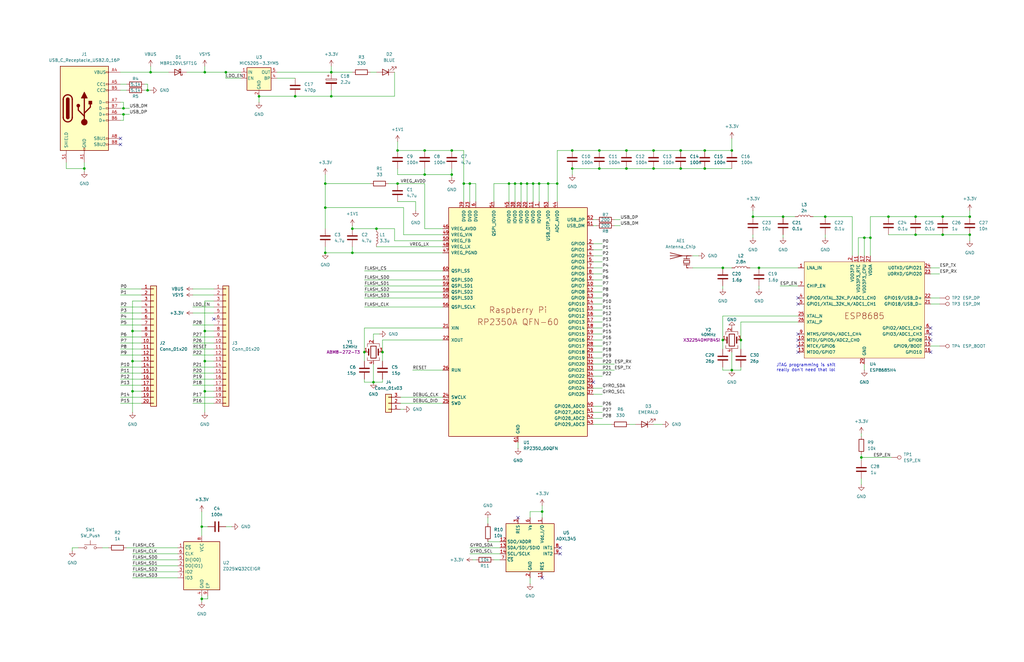
<source format=kicad_sch>
(kicad_sch (version 20231120) (generator "eeschema") (generator_version "8.0")
  (paper "B")
  (title_block (title "Pico2350 W") (date "2024-10-15") (rev "1.0") (company "Copyright (c) 2024 zeankun.dev"))
  (junction (at 408.94 99.06))
  (junction (at 231.14 77.47))
  (junction (at 222.25 77.47))
  (junction (at 252.73 63.5))
  (junction (at 198.12 77.47))
  (junction (at 137.16 77.47))
  (junction (at 228.6 215.9))
  (junction (at 86.36 152.4))
  (junction (at 217.17 77.47))
  (junction (at 139.7 30.48))
  (junction (at 109.22 40.64))
  (junction (at 308.61 156.21))
  (junction (at 317.5 91.44))
  (junction (at 139.7 40.64))
  (junction (at 153.67 148.59))
  (junction (at 52.07 45.72))
  (junction (at 386.08 91.44))
  (junction (at 137.16 106.68))
  (junction (at 408.94 91.44))
  (junction (at 35.56 71.12))
  (junction (at 363.22 193.04))
  (junction (at 397.51 99.06))
  (junction (at 85.09 222.25))
  (junction (at 347.98 91.44))
  (junction (at 304.8 143.51))
  (junction (at 137.16 87.63))
  (junction (at 179.07 73.66))
  (junction (at 241.3 63.5))
  (junction (at 241.3 71.12))
  (junction (at 397.51 91.44))
  (junction (at 95.25 30.48))
  (junction (at 224.79 77.47))
  (junction (at 264.16 71.12))
  (junction (at 304.8 113.03))
  (junction (at 148.59 106.68))
  (junction (at 55.88 139.7))
  (junction (at 190.5 63.5))
  (junction (at 275.59 63.5))
  (junction (at 275.59 71.12))
  (junction (at 62.23 38.1))
  (junction (at 161.29 148.59))
  (junction (at 320.04 113.03))
  (junction (at 55.88 152.4))
  (junction (at 167.64 63.5))
  (junction (at 190.5 73.66))
  (junction (at 157.48 161.29))
  (junction (at 367.03 100.33))
  (junction (at 63.5 30.48))
  (junction (at 124.46 40.64))
  (junction (at 330.2 91.44))
  (junction (at 148.59 96.52))
  (junction (at 252.73 71.12))
  (junction (at 86.36 139.7))
  (junction (at 214.63 77.47))
  (junction (at 374.65 91.44))
  (junction (at 364.49 100.33))
  (junction (at 85.09 252.73))
  (junction (at 179.07 63.5))
  (junction (at 158.75 96.52))
  (junction (at 297.18 71.12))
  (junction (at 297.18 63.5))
  (junction (at 227.33 77.47))
  (junction (at 55.88 165.1))
  (junction (at 86.36 165.1))
  (junction (at 308.61 63.5))
  (junction (at 234.95 77.47))
  (junction (at 219.71 77.47))
  (junction (at 52.07 48.26))
  (junction (at 264.16 63.5))
  (junction (at 287.02 71.12))
  (junction (at 386.08 99.06))
  (junction (at 195.58 77.47))
  (junction (at 312.42 143.51))
  (junction (at 287.02 63.5))
  (junction (at 86.36 30.48))
  (junction (at 167.64 77.47))
  (no_connect (at 250.19 161.29))
  (no_connect (at 336.55 128.27))
  (no_connect (at 336.55 140.97))
  (no_connect (at 50.8 58.42))
  (no_connect (at 336.55 143.51))
  (no_connect (at 336.55 125.73))
  (no_connect (at 392.43 138.43))
  (no_connect (at 392.43 148.59))
  (no_connect (at 90.17 134.62))
  (no_connect (at 236.22 233.68))
  (no_connect (at 218.44 218.44))
  (no_connect (at 392.43 143.51))
  (no_connect (at 336.55 148.59))
  (no_connect (at 228.6 243.84))
  (no_connect (at 50.8 60.96))
  (no_connect (at 336.55 146.05))
  (no_connect (at 392.43 140.97))
  (no_connect (at 236.22 231.14))
  (wire (pts (xy 50.8 157.48) (xy 59.69 157.48)))
  (wire (pts (xy 95.25 33.02) (xy 95.25 30.48)))
  (wire (pts (xy 86.36 139.7) (xy 90.17 139.7)))
  (wire (pts (xy 179.07 71.12) (xy 179.07 73.66)))
  (wire (pts (xy 50.8 154.94) (xy 59.69 154.94)))
  (wire (pts (xy 359.41 107.95) (xy 359.41 91.44)))
  (wire (pts (xy 62.23 38.1) (xy 60.96 38.1)))
  (wire (pts (xy 250.19 92.71) (xy 251.46 92.71)))
  (wire (pts (xy 86.36 30.48) (xy 78.74 30.48)))
  (wire (pts (xy 55.88 139.7) (xy 55.88 127)))
  (wire (pts (xy 50.8 30.48) (xy 63.5 30.48)))
  (wire (pts (xy 139.7 38.1) (xy 139.7 40.64)))
  (wire (pts (xy 158.75 96.52) (xy 166.37 96.52)))
  (wire (pts (xy 231.14 77.47) (xy 231.14 85.09)))
  (wire (pts (xy 30.48 231.14) (xy 30.48 232.41)))
  (wire (pts (xy 62.23 38.1) (xy 63.5 38.1)))
  (wire (pts (xy 50.8 170.18) (xy 59.69 170.18)))
  (wire (pts (xy 55.88 127) (xy 59.69 127)))
  (wire (pts (xy 241.3 71.12) (xy 241.3 73.66)))
  (wire (pts (xy 367.03 100.33) (xy 367.03 91.44)))
  (wire (pts (xy 55.88 238.76) (xy 74.93 238.76)))
  (wire (pts (xy 81.28 142.24) (xy 90.17 142.24)))
  (wire (pts (xy 50.8 129.54) (xy 59.69 129.54)))
  (wire (pts (xy 222.25 77.47) (xy 222.25 85.09)))
  (wire (pts (xy 231.14 77.47) (xy 234.95 77.47)))
  (wire (pts (xy 208.28 77.47) (xy 214.63 77.47)))
  (wire (pts (xy 217.17 77.47) (xy 219.71 77.47)))
  (wire (pts (xy 153.67 161.29) (xy 157.48 161.29)))
  (wire (pts (xy 359.41 91.44) (xy 347.98 91.44)))
  (wire (pts (xy 254 148.59) (xy 250.19 148.59)))
  (wire (pts (xy 364.49 107.95) (xy 364.49 100.33)))
  (wire (pts (xy 86.36 27.94) (xy 86.36 30.48)))
  (wire (pts (xy 168.91 172.72) (xy 170.18 172.72)))
  (wire (pts (xy 86.36 30.48) (xy 95.25 30.48)))
  (wire (pts (xy 287.02 71.12) (xy 297.18 71.12)))
  (wire (pts (xy 363.22 193.04) (xy 375.92 193.04)))
  (wire (pts (xy 250.19 173.99) (xy 254 173.99)))
  (wire (pts (xy 50.8 48.26) (xy 52.07 48.26)))
  (wire (pts (xy 363.22 193.04) (xy 363.22 194.31)))
  (wire (pts (xy 254 115.57) (xy 250.19 115.57)))
  (wire (pts (xy 60.96 35.56) (xy 62.23 35.56)))
  (wire (pts (xy 217.17 77.47) (xy 217.17 85.09)))
  (wire (pts (xy 35.56 68.58) (xy 35.56 71.12)))
  (wire (pts (xy 109.22 40.64) (xy 109.22 43.18)))
  (wire (pts (xy 50.8 162.56) (xy 59.69 162.56)))
  (wire (pts (xy 86.36 165.1) (xy 90.17 165.1)))
  (wire (pts (xy 55.88 139.7) (xy 59.69 139.7)))
  (wire (pts (xy 175.26 85.09) (xy 167.64 85.09)))
  (wire (pts (xy 53.34 231.14) (xy 74.93 231.14)))
  (wire (pts (xy 347.98 99.06) (xy 347.98 100.33)))
  (wire (pts (xy 254 120.65) (xy 250.19 120.65)))
  (wire (pts (xy 81.28 137.16) (xy 90.17 137.16)))
  (wire (pts (xy 179.07 73.66) (xy 190.5 73.66)))
  (wire (pts (xy 259.08 95.25) (xy 261.62 95.25)))
  (wire (pts (xy 198.12 85.09) (xy 198.12 77.47)))
  (wire (pts (xy 52.07 48.26) (xy 52.07 50.8)))
  (wire (pts (xy 50.8 160.02) (xy 59.69 160.02)))
  (wire (pts (xy 153.67 160.02) (xy 153.67 161.29)))
  (wire (pts (xy 170.18 87.63) (xy 170.18 99.06)))
  (wire (pts (xy 153.67 138.43) (xy 153.67 148.59)))
  (wire (pts (xy 364.49 100.33) (xy 367.03 100.33)))
  (wire (pts (xy 198.12 233.68) (xy 210.82 233.68)))
  (wire (pts (xy 224.79 77.47) (xy 224.79 85.09)))
  (wire (pts (xy 63.5 30.48) (xy 71.12 30.48)))
  (wire (pts (xy 50.8 38.1) (xy 53.34 38.1)))
  (wire (pts (xy 186.69 138.43) (xy 153.67 138.43)))
  (wire (pts (xy 157.48 140.97) (xy 157.48 143.51)))
  (wire (pts (xy 81.28 157.48) (xy 90.17 157.48)))
  (wire (pts (xy 86.36 139.7) (xy 86.36 127)))
  (wire (pts (xy 223.52 218.44) (xy 223.52 215.9)))
  (wire (pts (xy 137.16 77.47) (xy 137.16 73.66)))
  (wire (pts (xy 363.22 182.88) (xy 363.22 184.15)))
  (wire (pts (xy 81.28 167.64) (xy 90.17 167.64)))
  (wire (pts (xy 139.7 40.64) (xy 124.46 40.64)))
  (wire (pts (xy 52.07 45.72) (xy 54.61 45.72)))
  (wire (pts (xy 275.59 71.12) (xy 287.02 71.12)))
  (wire (pts (xy 254 125.73) (xy 250.19 125.73)))
  (wire (pts (xy 116.84 33.02) (xy 124.46 33.02)))
  (wire (pts (xy 227.33 77.47) (xy 227.33 85.09)))
  (wire (pts (xy 153.67 129.54) (xy 186.69 129.54)))
  (wire (pts (xy 161.29 148.59) (xy 161.29 152.4)))
  (wire (pts (xy 219.71 77.47) (xy 222.25 77.47)))
  (wire (pts (xy 254 143.51) (xy 250.19 143.51)))
  (wire (pts (xy 317.5 91.44) (xy 330.2 91.44)))
  (wire (pts (xy 81.28 144.78) (xy 90.17 144.78)))
  (wire (pts (xy 228.6 215.9) (xy 228.6 218.44)))
  (wire (pts (xy 190.5 73.66) (xy 190.5 74.93)))
  (wire (pts (xy 254 130.81) (xy 250.19 130.81)))
  (wire (pts (xy 250.19 95.25) (xy 251.46 95.25)))
  (wire (pts (xy 81.28 121.92) (xy 90.17 121.92)))
  (wire (pts (xy 250.19 171.45) (xy 254 171.45)))
  (wire (pts (xy 312.42 156.21) (xy 308.61 156.21)))
  (wire (pts (xy 361.95 100.33) (xy 364.49 100.33)))
  (wire (pts (xy 137.16 77.47) (xy 137.16 87.63)))
  (wire (pts (xy 208.28 85.09) (xy 208.28 77.47)))
  (wire (pts (xy 50.8 35.56) (xy 53.34 35.56)))
  (wire (pts (xy 160.02 140.97) (xy 157.48 140.97)))
  (wire (pts (xy 320.04 120.65) (xy 320.04 121.92)))
  (wire (pts (xy 43.18 231.14) (xy 45.72 231.14)))
  (wire (pts (xy 163.83 77.47) (xy 167.64 77.47)))
  (wire (pts (xy 367.03 91.44) (xy 374.65 91.44)))
  (wire (pts (xy 227.33 77.47) (xy 231.14 77.47)))
  (wire (pts (xy 392.43 125.73) (xy 396.24 125.73)))
  (wire (pts (xy 234.95 63.5) (xy 234.95 77.47)))
  (wire (pts (xy 168.91 167.64) (xy 186.69 167.64)))
  (wire (pts (xy 81.28 160.02) (xy 90.17 160.02)))
  (wire (pts (xy 81.28 124.46) (xy 90.17 124.46)))
  (wire (pts (xy 275.59 179.07) (xy 279.4 179.07)))
  (wire (pts (xy 85.09 251.46) (xy 85.09 252.73)))
  (wire (pts (xy 167.64 59.69) (xy 167.64 63.5)))
  (wire (pts (xy 297.18 63.5) (xy 287.02 63.5)))
  (wire (pts (xy 186.69 106.68) (xy 148.59 106.68)))
  (wire (pts (xy 190.5 71.12) (xy 190.5 73.66)))
  (wire (pts (xy 137.16 87.63) (xy 170.18 87.63)))
  (wire (pts (xy 137.16 87.63) (xy 137.16 96.52)))
  (wire (pts (xy 254 146.05) (xy 250.19 146.05)))
  (wire (pts (xy 55.88 152.4) (xy 55.88 139.7)))
  (wire (pts (xy 81.28 154.94) (xy 90.17 154.94)))
  (wire (pts (xy 250.19 179.07) (xy 257.81 179.07)))
  (wire (pts (xy 156.21 30.48) (xy 158.75 30.48)))
  (wire (pts (xy 205.74 218.44) (xy 205.74 220.98)))
  (wire (pts (xy 252.73 71.12) (xy 264.16 71.12)))
  (wire (pts (xy 342.9 91.44) (xy 347.98 91.44)))
  (wire (pts (xy 218.44 186.69) (xy 218.44 189.23)))
  (wire (pts (xy 190.5 63.5) (xy 179.07 63.5)))
  (wire (pts (xy 153.67 118.11) (xy 186.69 118.11)))
  (wire (pts (xy 374.65 91.44) (xy 386.08 91.44)))
  (wire (pts (xy 55.88 152.4) (xy 59.69 152.4)))
  (wire (pts (xy 35.56 71.12) (xy 35.56 72.39)))
  (wire (pts (xy 408.94 88.9) (xy 408.94 91.44)))
  (wire (pts (xy 81.28 147.32) (xy 90.17 147.32)))
  (wire (pts (xy 116.84 30.48) (xy 139.7 30.48)))
  (wire (pts (xy 195.58 85.09) (xy 195.58 77.47)))
  (wire (pts (xy 250.19 156.21) (xy 259.08 156.21)))
  (wire (pts (xy 254 128.27) (xy 250.19 128.27)))
  (wire (pts (xy 392.43 128.27) (xy 396.24 128.27)))
  (wire (pts (xy 392.43 146.05) (xy 396.24 146.05)))
  (wire (pts (xy 312.42 135.89) (xy 336.55 135.89)))
  (wire (pts (xy 363.22 201.93) (xy 363.22 204.47)))
  (wire (pts (xy 161.29 160.02) (xy 161.29 161.29)))
  (wire (pts (xy 254 138.43) (xy 250.19 138.43)))
  (wire (pts (xy 223.52 215.9) (xy 228.6 215.9)))
  (wire (pts (xy 214.63 77.47) (xy 217.17 77.47)))
  (wire (pts (xy 254 133.35) (xy 250.19 133.35)))
  (wire (pts (xy 304.8 113.03) (xy 308.61 113.03)))
  (wire (pts (xy 50.8 167.64) (xy 59.69 167.64)))
  (wire (pts (xy 287.02 63.5) (xy 275.59 63.5)))
  (wire (pts (xy 374.65 99.06) (xy 386.08 99.06)))
  (wire (pts (xy 153.67 125.73) (xy 186.69 125.73)))
  (wire (pts (xy 153.67 114.3) (xy 186.69 114.3)))
  (wire (pts (xy 139.7 30.48) (xy 148.59 30.48)))
  (wire (pts (xy 222.25 77.47) (xy 224.79 77.47)))
  (wire (pts (xy 297.18 71.12) (xy 308.61 71.12)))
  (wire (pts (xy 199.39 236.22) (xy 200.66 236.22)))
  (wire (pts (xy 186.69 99.06) (xy 170.18 99.06)))
  (wire (pts (xy 195.58 77.47) (xy 195.58 63.5)))
  (wire (pts (xy 200.66 77.47) (xy 198.12 77.47)))
  (wire (pts (xy 312.42 143.51) (xy 312.42 147.32)))
  (wire (pts (xy 304.8 133.35) (xy 304.8 143.51)))
  (wire (pts (xy 55.88 233.68) (xy 74.93 233.68)))
  (wire (pts (xy 265.43 179.07) (xy 267.97 179.07)))
  (wire (pts (xy 179.07 77.47) (xy 167.64 77.47)))
  (wire (pts (xy 312.42 135.89) (xy 312.42 143.51)))
  (wire (pts (xy 252.73 63.5) (xy 241.3 63.5)))
  (wire (pts (xy 386.08 91.44) (xy 397.51 91.44)))
  (wire (pts (xy 50.8 137.16) (xy 59.69 137.16)))
  (wire (pts (xy 167.64 71.12) (xy 167.64 73.66)))
  (wire (pts (xy 228.6 213.36) (xy 228.6 215.9)))
  (wire (pts (xy 50.8 147.32) (xy 59.69 147.32)))
  (wire (pts (xy 166.37 40.64) (xy 139.7 40.64)))
  (wire (pts (xy 166.37 96.52) (xy 166.37 101.6)))
  (wire (pts (xy 363.22 193.04) (xy 363.22 191.77)))
  (wire (pts (xy 157.48 153.67) (xy 157.48 161.29)))
  (wire (pts (xy 85.09 252.73) (xy 85.09 254)))
  (wire (pts (xy 50.8 124.46) (xy 59.69 124.46)))
  (wire (pts (xy 86.36 127) (xy 90.17 127)))
  (wire (pts (xy 95.25 30.48) (xy 101.6 30.48)))
  (wire (pts (xy 250.19 176.53) (xy 254 176.53)))
  (wire (pts (xy 148.59 104.14) (xy 148.59 106.68)))
  (wire (pts (xy 304.8 143.51) (xy 304.8 147.32)))
  (wire (pts (xy 205.74 228.6) (xy 210.82 228.6)))
  (wire (pts (xy 259.08 92.71) (xy 261.62 92.71)))
  (wire (pts (xy 81.28 129.54) (xy 90.17 129.54)))
  (wire (pts (xy 86.36 152.4) (xy 86.36 139.7)))
  (wire (pts (xy 254 123.19) (xy 250.19 123.19)))
  (wire (pts (xy 179.07 96.52) (xy 179.07 77.47)))
  (wire (pts (xy 167.64 73.66) (xy 179.07 73.66)))
  (wire (pts (xy 52.07 48.26) (xy 54.61 48.26)))
  (wire (pts (xy 214.63 77.47) (xy 214.63 85.09)))
  (wire (pts (xy 397.51 99.06) (xy 408.94 99.06)))
  (wire (pts (xy 55.88 165.1) (xy 59.69 165.1)))
  (wire (pts (xy 95.25 222.25) (xy 97.79 222.25)))
  (wire (pts (xy 86.36 173.99) (xy 86.36 165.1)))
  (wire (pts (xy 50.8 149.86) (xy 59.69 149.86)))
  (wire (pts (xy 50.8 45.72) (xy 52.07 45.72)))
  (wire (pts (xy 85.09 222.25) (xy 85.09 226.06)))
  (wire (pts (xy 50.8 142.24) (xy 59.69 142.24)))
  (wire (pts (xy 81.28 162.56) (xy 90.17 162.56)))
  (wire (pts (xy 81.28 170.18) (xy 90.17 170.18)))
  (wire (pts (xy 250.19 166.37) (xy 254 166.37)))
  (wire (pts (xy 234.95 77.47) (xy 234.95 85.09)))
  (wire (pts (xy 195.58 63.5) (xy 190.5 63.5)))
  (wire (pts (xy 316.23 113.03) (xy 320.04 113.03)))
  (wire (pts (xy 87.63 251.46) (xy 87.63 252.73)))
  (wire (pts (xy 264.16 63.5) (xy 252.73 63.5)))
  (wire (pts (xy 250.19 153.67) (xy 259.08 153.67)))
  (wire (pts (xy 317.5 99.06) (xy 317.5 100.33)))
  (wire (pts (xy 304.8 133.35) (xy 336.55 133.35)))
  (wire (pts (xy 148.59 95.25) (xy 148.59 96.52)))
  (wire (pts (xy 27.94 68.58) (xy 27.94 71.12)))
  (wire (pts (xy 166.37 30.48) (xy 166.37 40.64)))
  (wire (pts (xy 250.19 163.83) (xy 254 163.83)))
  (wire (pts (xy 312.42 154.94) (xy 312.42 156.21)))
  (wire (pts (xy 50.8 134.62) (xy 59.69 134.62)))
  (wire (pts (xy 264.16 71.12) (xy 275.59 71.12)))
  (wire (pts (xy 148.59 106.68) (xy 137.16 106.68)))
  (wire (pts (xy 153.67 148.59) (xy 153.67 152.4)))
  (wire (pts (xy 330.2 91.44) (xy 335.28 91.44)))
  (wire (pts (xy 179.07 63.5) (xy 167.64 63.5)))
  (wire (pts (xy 241.3 71.12) (xy 252.73 71.12)))
  (wire (pts (xy 139.7 27.94) (xy 139.7 30.48)))
  (wire (pts (xy 55.88 236.22) (xy 74.93 236.22)))
  (wire (pts (xy 173.99 156.21) (xy 186.69 156.21)))
  (wire (pts (xy 186.69 96.52) (xy 179.07 96.52)))
  (wire (pts (xy 367.03 107.95) (xy 367.03 100.33)))
  (wire (pts (xy 166.37 101.6) (xy 186.69 101.6)))
  (wire (pts (xy 85.09 215.9) (xy 85.09 222.25)))
  (wire (pts (xy 254 110.49) (xy 250.19 110.49)))
  (wire (pts (xy 361.95 107.95) (xy 361.95 100.33)))
  (wire (pts (xy 198.12 231.14) (xy 210.82 231.14)))
  (wire (pts (xy 328.93 120.65) (xy 336.55 120.65)))
  (wire (pts (xy 254 135.89) (xy 250.19 135.89)))
  (wire (pts (xy 153.67 120.65) (xy 186.69 120.65)))
  (wire (pts (xy 392.43 115.57) (xy 396.24 115.57)))
  (wire (pts (xy 148.59 96.52) (xy 158.75 96.52)))
  (wire (pts (xy 219.71 77.47) (xy 219.71 85.09)))
  (wire (pts (xy 55.88 173.99) (xy 55.88 165.1)))
  (wire (pts (xy 320.04 113.03) (xy 336.55 113.03)))
  (wire (pts (xy 254 105.41) (xy 250.19 105.41)))
  (wire (pts (xy 254 158.75) (xy 250.19 158.75)))
  (wire (pts (xy 254 107.95) (xy 250.19 107.95)))
  (wire (pts (xy 175.26 88.9) (xy 175.26 85.09)))
  (wire (pts (xy 364.49 153.67) (xy 364.49 156.21)))
  (wire (pts (xy 254 151.13) (xy 250.19 151.13)))
  (wire (pts (xy 208.28 236.22) (xy 210.82 236.22)))
  (wire (pts (xy 397.51 91.44) (xy 408.94 91.44)))
  (wire (pts (xy 62.23 35.56) (xy 62.23 38.1)))
  (wire (pts (xy 223.52 243.84) (xy 223.52 246.38)))
  (wire (pts (xy 52.07 45.72) (xy 52.07 43.18)))
  (wire (pts (xy 156.21 77.47) (xy 137.16 77.47)))
  (wire (pts (xy 52.07 50.8) (xy 50.8 50.8)))
  (wire (pts (xy 168.91 170.18) (xy 186.69 170.18)))
  (wire (pts (xy 392.43 113.03) (xy 396.24 113.03)))
  (wire (pts (xy 87.63 252.73) (xy 85.09 252.73)))
  (wire (pts (xy 101.6 33.02) (xy 95.25 33.02)))
  (wire (pts (xy 158.75 104.14) (xy 186.69 104.14)))
  (wire (pts (xy 33.02 231.14) (xy 30.48 231.14)))
  (wire (pts (xy 198.12 77.47) (xy 195.58 77.47)))
  (wire (pts (xy 27.94 71.12) (xy 35.56 71.12)))
  (wire (pts (xy 308.61 58.42) (xy 308.61 63.5)))
  (wire (pts (xy 317.5 88.9) (xy 317.5 91.44)))
  (wire (pts (xy 55.88 241.3) (xy 74.93 241.3)))
  (wire (pts (xy 254 113.03) (xy 250.19 113.03)))
  (wire (pts (xy 304.8 156.21) (xy 308.61 156.21)))
  (wire (pts (xy 292.1 113.03) (xy 304.8 113.03)))
  (wire (pts (xy 50.8 132.08) (xy 59.69 132.08)))
  (wire (pts (xy 86.36 165.1) (xy 86.36 152.4)))
  (wire (pts (xy 81.28 132.08) (xy 90.17 132.08)))
  (wire (pts (xy 254 118.11) (xy 250.19 118.11)))
  (wire (pts (xy 50.8 144.78) (xy 59.69 144.78)))
  (wire (pts (xy 275.59 63.5) (xy 264.16 63.5)))
  (wire (pts (xy 137.16 106.68) (xy 137.16 104.14)))
  (wire (pts (xy 308.61 148.59) (xy 308.61 156.21)))
  (wire (pts (xy 153.67 123.19) (xy 186.69 123.19)))
  (wire (pts (xy 55.88 165.1) (xy 55.88 152.4)))
  (wire (pts (xy 109.22 40.64) (xy 124.46 40.64)))
  (wire (pts (xy 186.69 143.51) (xy 161.29 143.51)))
  (wire (pts (xy 386.08 99.06) (xy 397.51 99.06)))
  (wire (pts (xy 55.88 243.84) (xy 74.93 243.84)))
  (wire (pts (xy 408.94 99.06) (xy 408.94 101.6)))
  (wire (pts (xy 308.61 63.5) (xy 297.18 63.5)))
  (wire (pts (xy 50.8 121.92) (xy 59.69 121.92)))
  (wire (pts (xy 304.8 154.94) (xy 304.8 156.21)))
  (wire (pts (xy 254 102.87) (xy 250.19 102.87)))
  (wire (pts (xy 81.28 149.86) (xy 90.17 149.86)))
  (wire (pts (xy 200.66 85.09) (xy 200.66 77.47)))
  (wire (pts (xy 63.5 30.48) (xy 63.5 27.94)))
  (wire (pts (xy 330.2 99.06) (xy 330.2 100.33)))
  (wire (pts (xy 224.79 77.47) (xy 227.33 77.47)))
  (wire (pts (xy 292.1 107.95) (xy 294.64 107.95)))
  (wire (pts (xy 254 140.97) (xy 250.19 140.97)))
  (wire (pts (xy 304.8 120.65) (xy 304.8 121.92)))
  (wire (pts (xy 52.07 43.18) (xy 50.8 43.18)))
  (wire (pts (xy 241.3 63.5) (xy 234.95 63.5)))
  (wire (pts (xy 86.36 152.4) (xy 90.17 152.4)))
  (wire (pts (xy 161.29 143.51) (xy 161.29 148.59)))
  (wire (pts (xy 87.63 222.25) (xy 85.09 222.25)))
  (wire (pts (xy 161.29 161.29) (xy 157.48 161.29)))
  (text "JTAG programming is shit\nreally don't need that lol\n" (at 339.852 155.194 0) (effects (font (size 1.27 1.27))))
  (label "P13" (at 50.8 162.56 0))
  (label "FLASH_SD3" (at 55.88 243.84 0))
  (label "FLASH_CS" (at 153.67 114.3 0))
  (label "P19" (at 81.28 160.02 0))
  (label "P21" (at 81.28 154.94 0))
  (label "FLASH_CS" (at 55.88 231.14 0))
  (label "USB_DP" (at 261.62 92.71 0))
  (label "P11" (at 254 130.81 0))
  (label "FLASH_SD0" (at 153.67 118.11 0))
  (label "P20" (at 81.28 157.48 0))
  (label "P12" (at 50.8 160.02 0))
  (label "P7" (at 50.8 144.78 0))
  (label "USB_DM" (at 54.61 45.72 0))
  (label "P6" (at 254 118.11 0))
  (label "P6" (at 50.8 142.24 0))
  (label "GYRO_SCL" (at 198.12 233.68 0))
  (label "FLASH_SD2" (at 55.88 241.3 0))
  (label "ESP_TX" (at 396.24 113.03 0))
  (label "P7" (at 254 120.65 0))
  (label "P12" (at 254 133.35 0))
  (label "P2" (at 50.8 129.54 0))
  (label "P14" (at 254 138.43 0))
  (label "FLASH_SD1" (at 153.67 120.65 0))
  (label "P3" (at 254 110.49 0))
  (label "ESP_TX" (at 259.08 156.21 0))
  (label "FLASH_CLK" (at 55.88 233.68 0))
  (label "RESET" (at 81.28 147.32 0))
  (label "VREG_AVDD" (at 168.91 77.47 0))
  (label "P15" (at 254 140.97 0))
  (label "P8" (at 50.8 147.32 0))
  (label "P22" (at 81.28 149.86 0))
  (label "P11" (at 50.8 157.48 0))
  (label "GYRO_SDA" (at 254 163.83 0))
  (label "P16" (at 81.28 170.18 0))
  (label "P9" (at 254 125.73 0))
  (label "GYRO_SCL" (at 254 166.37 0))
  (label "LDO_EN" (at 95.25 33.02 0))
  (label "ESP_EN" (at 328.93 120.65 0))
  (label "P18" (at 81.28 162.56 0))
  (label "P1" (at 50.8 124.46 0))
  (label "ESP_EN" (at 368.3 193.04 0))
  (label "P9" (at 50.8 149.86 0))
  (label "ESP_RX" (at 396.24 115.57 0))
  (label "P0" (at 254 102.87 0))
  (label "P19" (at 254 151.13 0))
  (label "ESP_RX" (at 259.08 153.67 0))
  (label "P2" (at 254 107.95 0))
  (label "P28" (at 254 176.53 0))
  (label "FLASH_SD0" (at 55.88 236.22 0))
  (label "P18" (at 254 148.59 0))
  (label "FLASH_SD1" (at 55.88 238.76 0))
  (label "P26" (at 81.28 144.78 0))
  (label "P4" (at 254 113.03 0))
  (label "P27" (at 254 173.99 0))
  (label "USB_DM" (at 261.62 95.25 0))
  (label "VREG_LX" (at 172.72 104.14 0))
  (label "P15" (at 50.8 170.18 0))
  (label "P27" (at 81.28 142.24 0))
  (label "P20" (at 254 153.67 0))
  (label "P10" (at 50.8 154.94 0))
  (label "P17" (at 254 146.05 0))
  (label "P10" (at 254 128.27 0))
  (label "P5" (at 254 115.57 0))
  (label "P17" (at 81.28 167.64 0))
  (label "P28" (at 81.28 137.16 0))
  (label "P21" (at 254 156.21 0))
  (label "P13" (at 254 135.89 0))
  (label "RESET" (at 173.99 156.21 0))
  (label "FLASH_CLK" (at 153.67 129.54 0))
  (label "FLASH_SD3" (at 153.67 125.73 0))
  (label "P5" (at 50.8 137.16 0))
  (label "LDO_EN" (at 81.28 129.54 0))
  (label "P14" (at 50.8 167.64 0))
  (label "P8" (at 254 123.19 0))
  (label "FLASH_SD2" (at 153.67 123.19 0))
  (label "P1" (at 254 105.41 0))
  (label "DEBUG_CLK" (at 173.99 167.64 0))
  (label "DEBUG_DIO" (at 173.99 170.18 0))
  (label "P26" (at 254 171.45 0))
  (label "P16" (at 254 143.51 0))
  (label "P22" (at 254 158.75 0))
  (label "P3" (at 50.8 132.08 0))
  (label "P0" (at 50.8 121.92 0))
  (label "USB_DP" (at 54.61 48.26 0))
  (label "P4" (at 50.8 134.62 0))
  (label "GYRO_SDA" (at 198.12 231.14 0))
  (symbol (lib_id "power:GND") (at 363.22 204.47 0) (unit 1)
    (property "Reference" "#PWR034" (effects (hide yes)))
    (property "Value" "GND" (at 363.22 209.55 0))
    (property "Description" "Power symbol creates a global label with name \"GND\" , ground" (effects (hide yes)))
  )
  (symbol (lib_id "power:GND") (at 157.48 161.29 0) (unit 1)
    (property "Reference" "#PWR09" (effects (hide yes)))
    (property "Value" "GND" (at 157.48 166.37 0))
    (property "Description" "Power symbol creates a global label with name \"GND\" , ground" (effects (hide yes)))
  )
  (symbol (lib_id "Memory_Flash:W25Q32JVZP") (at 85.09 238.76 0) (unit 1)
    (property "Reference" "U2" (at 93.98 237.4899 0) (effects (justify left)))
    (property "Value" "ZD25WQ32CEIGR" (at 93.98 240.0299 0) (effects (justify left)))
    (property "Footprint" "8-USON-2X3:8-USON-2X3" (effects (hide yes)))
    (property "Datasheet" "http://www.winbond.com/resource-files/w25q32jv%20revg%2003272018%20plus.pdf" (effects (hide yes)))
    (property "Description" "2MB Serial SPI Flash by Gigadevice" (effects (hide yes)))
  )
  (symbol (lib_id "Device:Crystal_GND24") (at 308.61 143.51 0) (unit 1)
    (property "Reference" "Y2" (at 298.704 139.192 0))
    (property "Value" "40MHz" (at 298.704 141.224 0))
    (property "Footprint" "Crystal:Crystal_SMD_3225-4Pin_3.2x2.5mm" (effects (hide yes)))
    (property "Description" "Four pin crystal, GND on pins 2 and 4" (effects (hide yes)))
    (property "Descriptive BOM Name" "X322540MPB4SI" (at 295.91 143.51 0))
  )
  (symbol (lib_id "power:GND") (at 30.48 232.41 0) (unit 1)
    (property "Reference" "#PWR08" (effects (hide yes)))
    (property "Value" "GND" (at 30.48 237.49 0))
    (property "Description" "Power symbol creates a global label with name \"GND\" , ground" (effects (hide yes)))
  )
  (symbol (lib_id "power:VBUS") (at 81.28 124.46 90) (unit 1)
    (property "Reference" "#PWR045" (effects (hide yes)))
    (property "Value" "VSYS" (at 77.47 124.4599 90) (effects (justify left)))
    (property "Description" "Power symbol creates a global label with name \"VBUS\"" (effects (hide yes)))
  )
  (symbol (lib_id "power:GND") (at 160.02 140.97 90) (unit 1)
    (property "Reference" "#PWR010" (effects (hide yes)))
    (property "Value" "GND" (at 163.83 140.9699 90) (effects (justify right)))
    (property "Description" "Power symbol creates a global label with name \"GND\" , ground" (effects (hide yes)))
  )
  (symbol (lib_id "power:GND") (at 279.4 179.07 90) (unit 1)
    (property "Reference" "#PWR020" (effects (hide yes)))
    (property "Value" "GND" (at 283.21 179.0699 90) (effects (justify right)))
    (property "Description" "Power symbol creates a global label with name \"GND\" , ground" (effects (hide yes)))
  )
  (symbol (lib_id "Device:R") (at 152.4 30.48 90) (unit 1)
    (property "Reference" "R3" (at 152.4 24.13 90))
    (property "Value" "330" (at 152.4 26.67 90))
    (property "Footprint" "Resistor_SMD:R_0402_1005Metric" (effects (hide yes)))
    (property "Description" "Resistor" (effects (hide yes)))
  )
  (symbol (lib_id "power:+3.3V") (at 363.22 182.88 0) (unit 1)
    (property "Reference" "#PWR033" (effects (hide yes)))
    (property "Value" "+3.3V" (at 363.22 177.8 0))
    (property "Description" "Power symbol creates a global label with name \"+3.3V\"" (effects (hide yes)))
  )
  (symbol (lib_id "power:GND") (at 35.56 72.39 0) (unit 1)
    (property "Reference" "#PWR021" (effects (hide yes)))
    (property "Value" "GND" (at 35.56 77.47 0))
    (property "Description" "Power symbol creates a global label with name \"GND\" , ground" (effects (hide yes)))
  )
  (symbol (lib_id "power:+3.3V") (at 139.7 27.94 0) (unit 1)
    (property "Reference" "#PWR018" (effects (hide yes)))
    (property "Value" "+3.3V" (at 139.7 22.86 0))
    (property "Description" "Power symbol creates a global label with name \"+3.3V\"" (effects (hide yes)))
  )
  (symbol (lib_id "Device:R") (at 255.27 95.25 90) (unit 1)
    (property "Reference" "R8" (at 255.27 97.536 90))
    (property "Value" "200" (at 255.27 95.25 90))
    (property "Footprint" "Resistor_SMD:R_0402_1005Metric" (effects (hide yes)))
    (property "Description" "Resistor" (effects (hide yes)))
  )
  (symbol (lib_id "Device:C") (at 167.64 81.28 0) (unit 1)
    (property "Reference" "C1" (at 171.45 80.0099 0) (effects (justify left)))
    (property "Value" "4.7u" (at 171.45 82.5499 0) (effects (justify left)))
    (property "Footprint" "Capacitor_SMD:C_0402_1005Metric" (effects (hide yes)))
    (property "Description" "Unpolarized capacitor" (effects (hide yes)))
  )
  (symbol (lib_id "power:+3.3V") (at 317.5 88.9 0) (unit 1)
    (property "Reference" "#PWR029" (effects (hide yes)))
    (property "Value" "+3.3V" (at 317.5 83.82 0))
    (property "Description" "Power symbol creates a global label with name \"+3.3V\"" (effects (hide yes)))
  )
  (symbol (lib_id "Device:C") (at 386.08 95.25 0) (unit 1)
    (property "Reference" "C25" (at 389.89 93.9799 0) (effects (justify left)))
    (property "Value" "0.1u" (at 389.89 96.5199 0) (effects (justify left)))
    (property "Footprint" "Capacitor_SMD:C_0402_1005Metric" (effects (hide yes)))
    (property "Description" "Unpolarized capacitor" (effects (hide yes)))
  )
  (symbol (lib_id "Device:L") (at 312.42 113.03 90) (unit 1)
    (property "Reference" "L2" (at 312.42 107.95 90))
    (property "Value" "2.8n" (at 312.42 110.49 90))
    (property "Footprint" "Inductor_SMD:L_0402_1005Metric" (effects (hide yes)))
    (property "Description" "Inductor" (effects (hide yes)))
  )
  (symbol (lib_id "Device:L") (at 158.75 100.33 0) (unit 1)
    (property "Reference" "L1" (at 160.02 99.0599 0) (effects (justify left)))
    (property "Value" "3.3u" (at 160.02 101.5999 0) (effects (justify left)))
    (property "Footprint" "RP2350_60QFN_minimal:L_pol_2016" (effects (hide yes)))
    (property "Description" "Inductor" (effects (hide yes)))
  )
  (symbol (lib_id "power:GND") (at 308.61 138.43 180) (unit 1)
    (property "Reference" "#PWR040" (effects (hide yes)))
    (property "Value" "GND" (at 308.61 134.874 0))
    (property "Description" "Power symbol creates a global label with name \"GND\" , ground" (effects (hide yes)))
  )
  (symbol (lib_id "power:GND") (at 330.2 100.33 0) (unit 1)
    (property "Reference" "#PWR026" (effects (hide yes)))
    (property "Value" "GND" (at 330.2 105.41 0))
    (property "Description" "Power symbol creates a global label with name \"GND\" , ground" (effects (hide yes)))
  )
  (symbol (lib_id "Device:Crystal_GND24") (at 157.48 148.59 0) (unit 1)
    (property "Reference" "Y1" (at 147.574 144.272 0))
    (property "Value" "12MHz" (at 147.574 146.304 0))
    (property "Footprint" "Crystal:Crystal_SMD_3225-4Pin_3.2x2.5mm" (effects (hide yes)))
    (property "Description" "Four pin crystal, GND on pins 2 and 4" (effects (hide yes)))
    (property "Descriptive BOM Name" "ABM8-272-T3" (at 144.78 148.59 0))
  )
  (symbol (lib_id "Sensor_Motion:ADXL343") (at 223.52 231.14 0) (unit 1)
    (property "Reference" "U5" (at 238.76 224.8214 0))
    (property "Value" "ADXL345" (at 238.76 227.3614 0))
    (property "Footprint" "Package_LGA:LGA-14_3x5mm_P0.8mm_LayoutBorder1x6y" (effects (hide yes)))
    (property "Datasheet" "https://www.analog.com/media/en/technical-documentation/data-sheets/ADXL343.pdf" (effects (hide yes)))
    (property "Description" "3-Axis MEMS Accelerometer, 2/4/8/16g range, I2C/SPI, LGA-14" (effects (hide yes)))
  )
  (symbol (lib_id "power:GND") (at 347.98 100.33 0) (unit 1)
    (property "Reference" "#PWR027" (effects (hide yes)))
    (property "Value" "GND" (at 347.98 105.41 0))
    (property "Description" "Power symbol creates a global label with name \"GND\" , ground" (effects (hide yes)))
  )
  (symbol (lib_id "power:GND") (at 137.16 106.68 0) (unit 1)
    (property "Reference" "#PWR01" (effects (hide yes)))
    (property "Value" "GND" (at 137.16 111.76 0))
    (property "Description" "Power symbol creates a global label with name \"GND\" , ground" (effects (hide yes)))
  )
  (symbol (lib_id "power:VBUS") (at 86.36 27.94 0) (unit 1)
    (property "Reference" "#PWR015" (effects (hide yes)))
    (property "Value" "VSYS" (at 86.36 22.86 0))
    (property "Description" "Power symbol creates a global label with name \"VBUS\"" (effects (hide yes)))
  )
  (symbol (lib_id "power:GND") (at 364.49 156.21 0) (unit 1)
    (property "Reference" "#PWR032" (effects (hide yes)))
    (property "Value" "GND" (at 364.49 161.29 0))
    (property "Description" "Power symbol creates a global label with name \"GND\" , ground" (effects (hide yes)))
  )
  (symbol (lib_id "power:+3.3V") (at 408.94 88.9 0) (unit 1)
    (property "Reference" "#PWR031" (effects (hide yes)))
    (property "Value" "+3.3V" (at 408.94 83.82 0))
    (property "Description" "Power symbol creates a global label with name \"+3.3V\"" (effects (hide yes)))
  )
  (symbol (lib_id "Device:C") (at 308.61 67.31 0) (unit 1)
    (property "Reference" "C16" (at 312.42 66.0399 0) (effects (justify left)))
    (property "Value" "100n" (at 312.42 68.5799 0) (effects (justify left)))
    (property "Footprint" "Capacitor_SMD:C_0402_1005Metric" (effects (hide yes)))
    (property "Description" "Unpolarized capacitor" (effects (hide yes)))
  )
  (symbol (lib_id "power:GND") (at 294.64 107.95 90) (unit 1)
    (property "Reference" "#PWR025" (effects (hide yes)))
    (property "Value" "GND" (at 298.45 107.9499 90) (effects (justify right)))
    (property "Description" "Power symbol creates a global label with name \"GND\" , ground" (effects (hide yes)))
  )
  (symbol (lib_id "Device:C") (at 287.02 67.31 0) (unit 1)
    (property "Reference" "C14" (at 290.83 66.0399 0) (effects (justify left)))
    (property "Value" "100n" (at 290.83 68.5799 0) (effects (justify left)))
    (property "Footprint" "Capacitor_SMD:C_0402_1005Metric" (effects (hide yes)))
    (property "Description" "Unpolarized capacitor" (effects (hide yes)))
  )
  (symbol (lib_id "power:+3.3V") (at 81.28 132.08 90) (unit 1)
    (property "Reference" "#PWR043" (effects (hide yes)))
    (property "Value" "+3.3V" (at 77.47 132.0799 90) (effects (justify left)))
    (property "Description" "Power symbol creates a global label with name \"+3.3V\"" (effects (hide yes)))
  )
  (symbol (lib_id "Device:C") (at 190.5 67.31 0) (unit 1)
    (property "Reference" "C7" (at 194.31 66.0399 0) (effects (justify left)))
    (property "Value" "4.7u" (at 194.31 68.5799 0) (effects (justify left)))
    (property "Footprint" "Capacitor_SMD:C_0402_1005Metric" (effects (hide yes)))
    (property "Description" "Unpolarized capacitor" (effects (hide yes)))
  )
  (symbol (lib_id "Device:C") (at 91.44 222.25 90) (unit 1)
    (property "Reference" "C4" (at 91.44 214.63 90))
    (property "Value" "100n" (at 91.44 217.17 90))
    (property "Footprint" "Capacitor_SMD:C_0402_1005Metric" (effects (hide yes)))
    (property "Description" "Unpolarized capacitor" (effects (hide yes)))
  )
  (symbol (lib_id "Device:R") (at 49.53 231.14 90) (unit 1)
    (property "Reference" "R2" (at 49.53 224.79 90))
    (property "Value" "1k" (at 49.53 227.33 90))
    (property "Footprint" "Resistor_SMD:R_0402_1005Metric" (effects (hide yes)))
    (property "Description" "Resistor" (effects (hide yes)))
  )
  (symbol (lib_id "Device:C") (at 252.73 67.31 0) (unit 1)
    (property "Reference" "C11" (at 256.54 66.0399 0) (effects (justify left)))
    (property "Value" "100n" (at 256.54 68.5799 0) (effects (justify left)))
    (property "Footprint" "Capacitor_SMD:C_0402_1005Metric" (effects (hide yes)))
    (property "Description" "Unpolarized capacitor" (effects (hide yes)))
  )
  (symbol (lib_id "Device:D_Schottky") (at 74.93 30.48 180) (unit 1)
    (property "Reference" "D1" (at 75.2475 24.13 0))
    (property "Value" "MBR120VLSFT1G" (at 75.2475 26.67 0))
    (property "Footprint" "Diode_SMD:D_SOD-123F" (effects (hide yes)))
    (property "Description" "Schottky diode" (effects (hide yes)))
  )
  (symbol (lib_id "power:GND") (at 55.88 173.99 0) (unit 1)
    (property "Reference" "#PWR041" (effects (hide yes)))
    (property "Value" "GND" (at 55.88 179.07 0))
    (property "Description" "Power symbol creates a global label with name \"GND\" , ground" (effects (hide yes)))
  )
  (symbol (lib_id "power:GND") (at 63.5 38.1 90) (unit 1)
    (property "Reference" "#PWR019" (effects (hide yes)))
    (property "Value" "GND" (at 67.31 38.0999 90) (effects (justify right)))
    (property "Description" "Power symbol creates a global label with name \"GND\" , ground" (effects (hide yes)))
  )
  (symbol (lib_id "Device:C") (at 397.51 95.25 0) (unit 1)
    (property "Reference" "C26" (at 401.32 93.9799 0) (effects (justify left)))
    (property "Value" "1u" (at 401.32 96.5199 0) (effects (justify left)))
    (property "Footprint" "Capacitor_SMD:C_0402_1005Metric" (effects (hide yes)))
    (property "Description" "Unpolarized capacitor" (effects (hide yes)))
  )
  (symbol (lib_id "power:GND") (at 175.26 88.9 0) (unit 1)
    (property "Reference" "#PWR03" (effects (hide yes)))
    (property "Value" "GND" (at 175.26 93.98 0))
    (property "Description" "Power symbol creates a global label with name \"GND\" , ground" (effects (hide yes)))
  )
  (symbol (lib_id "power:GND") (at 218.44 189.23 0) (unit 1)
    (property "Reference" "#PWR022" (effects (hide yes)))
    (property "Value" "GND" (at 218.44 194.31 0))
    (property "Description" "Power symbol creates a global label with name \"GND\" , ground" (effects (hide yes)))
  )
  (symbol (lib_id "Connector:USB_C_Receptacle_USB2.0_16P") (at 35.56 45.72 0) (unit 1)
    (property "Reference" "J1" (at 35.56 22.86 0))
    (property "Value" "USB_C_Receptacle_USB2.0_16P" (at 35.56 25.4 0))
    (property "Footprint" "Connector_USB:USB_C_Receptacle_GCT_USB4110" (effects (hide yes)))
    (property "Datasheet" "https://www.usb.org/sites/default/files/documents/usb_type-c.zip" (effects (hide yes)))
    (property "Description" "USB 2.0-only 16P Type-C Receptacle connector" (effects (hide yes)))
  )
  (symbol (lib_id "Device:C") (at 304.8 116.84 0) (unit 1)
    (property "Reference" "C20" (at 308.61 115.5699 0) (effects (justify left)))
    (property "Value" "1.6p" (at 308.61 118.1099 0) (effects (justify left)))
    (property "Footprint" "Capacitor_SMD:C_0402_1005Metric" (effects (hide yes)))
    (property "Description" "Unpolarized capacitor" (effects (hide yes)))
  )
  (symbol (lib_id "Switch:SW_Push") (at 38.1 231.14 0) (unit 1)
    (property "Reference" "SW1" (at 38.1 223.52 0))
    (property "Value" "SW_Push" (at 38.1 226.06 0))
    (property "Footprint" "Button_Switch_SMD:SW_Push_1P1T_NO_Vertical_Wuerth_434133025816" (effects (hide yes)))
    (property "Description" "Push button switch, generic, two pins" (effects (hide yes)))
  )
  (symbol (lib_id "power:+3.3V") (at 85.09 215.9 0) (unit 1)
    (property "Reference" "#PWR06" (effects (hide yes)))
    (property "Value" "+3.3V" (at 85.09 210.82 0))
    (property "Description" "Power symbol creates a global label with name \"+3.3V\"" (effects (hide yes)))
  )
  (symbol (lib_id "Device:C") (at 347.98 95.25 0) (unit 1)
    (property "Reference" "C22" (at 351.79 93.9799 0) (effects (justify left)))
    (property "Value" "0.1u" (at 351.79 96.5199 0) (effects (justify left)))
    (property "Footprint" "Capacitor_SMD:C_0402_1005Metric" (effects (hide yes)))
    (property "Description" "Unpolarized capacitor" (effects (hide yes)))
  )
  (symbol (lib_id "Device:R") (at 261.62 179.07 90) (unit 1)
    (property "Reference" "R6" (at 261.62 172.72 90))
    (property "Value" "330" (at 261.62 175.26 90))
    (property "Footprint" "Resistor_SMD:R_0402_1005Metric" (effects (hide yes)))
    (property "Description" "Resistor" (effects (hide yes)))
  )
  (symbol (lib_id "Device:C") (at 124.46 36.83 0) (unit 1)
    (property "Reference" "C17" (at 128.27 35.5599 0) (effects (justify left)))
    (property "Value" "470p" (at 128.27 38.0999 0) (effects (justify left)))
    (property "Footprint" "Capacitor_SMD:C_0402_1005Metric" (effects (hide yes)))
    (property "Description" "Unpolarized capacitor" (effects (hide yes)))
  )
  (symbol (lib_id "Device:C") (at 317.5 95.25 0) (unit 1)
    (property "Reference" "C23" (at 321.31 93.9799 0) (effects (justify left)))
    (property "Value" "10u" (at 321.31 96.5199 0) (effects (justify left)))
    (property "Footprint" "Capacitor_SMD:C_0402_1005Metric" (effects (hide yes)))
    (property "Description" "Unpolarized capacitor" (effects (hide yes)))
  )
  (symbol (lib_id "power:VBUS") (at 63.5 27.94 0) (unit 1)
    (property "Reference" "#PWR014" (effects (hide yes)))
    (property "Value" "VBUS" (at 63.5 22.86 0))
    (property "Description" "Power symbol creates a global label with name \"VBUS\"" (effects (hide yes)))
  )
  (symbol (lib_id "power:GND") (at 408.94 101.6 0) (unit 1)
    (property "Reference" "#PWR030" (effects (hide yes)))
    (property "Value" "GND" (at 408.94 106.68 0))
    (property "Description" "Power symbol creates a global label with name \"GND\" , ground" (effects (hide yes)))
  )
  (symbol (lib_id "PCM_Espressif:ESP8685") (at 364.49 130.81 0) (unit 1)
    (property "Reference" "U4" (at 366.6841 153.67 0) (effects (justify left)))
    (property "Value" "ESP8685H4" (at 366.6841 156.21 0) (effects (justify left)))
    (property "Footprint" "Package_DFN_QFN:QFN-28-1EP_4x4mm_P0.4mm_EP2.6x2.6mm" (effects (hide yes)))
    (property "Datasheet" "https://www.espressif.com/sites/default/files/documentation/esp8685_datasheet_en.pdf" (effects (hide yes)))
    (property "Description" "ESP8685 is an ultra-low-power and highly-integrated MCU-based SoC solution that supports 2.4 GHz Wi-Fi and\nBluetooth® Low Energy (Bluetooth LE)." (effects (hide yes)))
  )
  (symbol (lib_id "Device:L") (at 339.09 91.44 90) (unit 1)
    (property "Reference" "L3" (at 339.09 86.36 90))
    (property "Value" "2n" (at 339.09 88.9 90))
    (property "Footprint" "Inductor_SMD:L_0402_1005Metric" (effects (hide yes)))
    (property "Description" "Inductor" (effects (hide yes)))
  )
  (symbol (lib_id "power:GND") (at 223.52 246.38 0) (unit 1)
    (property "Reference" "#PWR035" (effects (hide yes)))
    (property "Value" "GND" (at 223.52 251.46 0))
    (property "Description" "Power symbol creates a global label with name \"GND\" , ground" (effects (hide yes)))
  )
  (symbol (lib_id "power:+1V1") (at 167.64 59.69 0) (unit 1)
    (property "Reference" "#PWR011" (effects (hide yes)))
    (property "Value" "+1V1" (at 167.64 54.61 0))
    (property "Description" "Power symbol creates a global label with name \"+1V1\"" (effects (hide yes)))
  )
  (symbol (lib_id "power:+3.3V") (at 137.16 73.66 0) (unit 1)
    (property "Reference" "#PWR02" (effects (hide yes)))
    (property "Value" "+3.3V" (at 137.16 68.58 0))
    (property "Description" "Power symbol creates a global label with name \"+3.3V\"" (effects (hide yes)))
  )
  (symbol (lib_id "Device:R") (at 205.74 224.79 0) (unit 1)
    (property "Reference" "R10" (at 208.28 223.5199 0) (effects (justify left)))
    (property "Value" "10k" (at 208.28 226.0599 0) (effects (justify left)))
    (property "Footprint" "Resistor_SMD:R_0402_1005Metric" (effects (hide yes)))
    (property "Description" "Resistor" (effects (hide yes)))
  )
  (symbol (lib_id "Device:C") (at 275.59 67.31 0) (unit 1)
    (property "Reference" "C13" (at 279.4 66.0399 0) (effects (justify left)))
    (property "Value" "100n" (at 279.4 68.5799 0) (effects (justify left)))
    (property "Footprint" "Capacitor_SMD:C_0402_1005Metric" (effects (hide yes)))
    (property "Description" "Unpolarized capacitor" (effects (hide yes)))
  )
  (symbol (lib_id "Device:C") (at 363.22 198.12 0) (unit 1)
    (property "Reference" "C28" (at 367.03 196.8499 0) (effects (justify left)))
    (property "Value" "1u" (at 367.03 199.3899 0) (effects (justify left)))
    (property "Footprint" "Capacitor_SMD:C_0402_1005Metric" (effects (hide yes)))
    (property "Description" "Unpolarized capacitor" (effects (hide yes)))
  )
  (symbol (lib_id "Device:C") (at 167.64 67.31 0) (unit 1)
    (property "Reference" "C9" (at 171.45 66.0399 0) (effects (justify left)))
    (property "Value" "100n" (at 171.45 68.5799 0) (effects (justify left)))
    (property "Footprint" "Capacitor_SMD:C_0402_1005Metric" (effects (hide yes)))
    (property "Description" "Unpolarized capacitor" (effects (hide yes)))
  )
  (symbol (lib_id "Device:C") (at 320.04 116.84 0) (unit 1)
    (property "Reference" "C19" (at 323.85 115.5699 0) (effects (justify left)))
    (property "Value" "1.6p" (at 323.85 118.1099 0) (effects (justify left)))
    (property "Footprint" "Capacitor_SMD:C_0402_1005Metric" (effects (hide yes)))
    (property "Description" "Unpolarized capacitor" (effects (hide yes)))
  )
  (symbol (lib_id "Device:R") (at 204.47 236.22 90) (unit 1)
    (property "Reference" "R11" (at 204.47 238.76 90))
    (property "Value" "10k" (at 204.47 236.22 90))
    (property "Footprint" "Resistor_SMD:R_0402_1005Metric" (effects (hide yes)))
    (property "Description" "Resistor" (effects (hide yes)))
  )
  (symbol (lib_id "Device:LED") (at 162.56 30.48 180) (unit 1)
    (property "Reference" "D2" (at 164.1475 22.86 0))
    (property "Value" "BLUE" (at 164.1475 25.4 0))
    (property "Footprint" "LED_SMD:LED_0402_1005Metric" (effects (hide yes)))
    (property "Description" "Light emitting diode" (effects (hide yes)))
  )
  (symbol (lib_id "Connector:TestPoint") (at 396.24 146.05 270) (unit 1)
    (property "Reference" "TP4" (at 401.32 146.05 90) (effects (justify left)))
    (property "Value" "ESP_BOOT" (at 405.892 146.05 90) (effects (justify left)))
    (property "Footprint" "TestPoint:TestPoint_Pad_D1.0mm" (effects (hide yes)))
    (property "Description" "test point" (effects (hide yes)))
  )
  (symbol (lib_id "Device:R") (at 255.27 92.71 90) (unit 1)
    (property "Reference" "R7" (at 255.27 90.678 90))
    (property "Value" "200" (at 255.27 92.71 90))
    (property "Footprint" "Resistor_SMD:R_0402_1005Metric" (effects (hide yes)))
    (property "Description" "Resistor" (effects (hide yes)))
  )
  (symbol (lib_id "Device:C") (at 330.2 95.25 0) (unit 1)
    (property "Reference" "C21" (at 334.01 93.9799 0) (effects (justify left)))
    (property "Value" "0.1u" (at 334.01 96.5199 0) (effects (justify left)))
    (property "Footprint" "Capacitor_SMD:C_0402_1005Metric" (effects (hide yes)))
    (property "Description" "Unpolarized capacitor" (effects (hide yes)))
  )
  (symbol (lib_id "power:GND") (at 308.61 156.21 0) (unit 1)
    (property "Reference" "#PWR039" (effects (hide yes)))
    (property "Value" "GND" (at 308.61 161.29 0))
    (property "Description" "Power symbol creates a global label with name \"GND\" , ground" (effects (hide yes)))
  )
  (symbol (lib_id "Device:C") (at 374.65 95.25 0) (unit 1)
    (property "Reference" "C24" (at 378.46 93.9799 0) (effects (justify left)))
    (property "Value" "0.1u" (at 378.46 96.5199 0) (effects (justify left)))
    (property "Footprint" "Capacitor_SMD:C_0402_1005Metric" (effects (hide yes)))
    (property "Description" "Unpolarized capacitor" (effects (hide yes)))
  )
  (symbol (lib_id "Device:C") (at 304.8 151.13 0) (unit 1)
    (property "Reference" "C29" (at 301.244 149.86 0) (effects (justify right)))
    (property "Value" "26p" (at 301.244 152.4 0) (effects (justify right)))
    (property "Footprint" "Capacitor_SMD:C_0402_1005Metric" (effects (hide yes)))
    (property "Description" "Unpolarized capacitor" (effects (hide yes)))
  )
  (symbol (lib_id "Device:R") (at 160.02 77.47 90) (unit 1)
    (property "Reference" "R1" (at 160.02 71.12 90))
    (property "Value" "33" (at 160.02 73.66 90))
    (property "Footprint" "Resistor_SMD:R_0402_1005Metric" (effects (hide yes)))
    (property "Description" "Resistor" (effects (hide yes)))
  )
  (symbol (lib_id "power:GND") (at 97.79 222.25 90) (unit 1)
    (property "Reference" "#PWR07" (effects (hide yes)))
    (property "Value" "GND" (at 101.6 222.2499 90) (effects (justify right)))
    (property "Description" "Power symbol creates a global label with name \"GND\" , ground" (effects (hide yes)))
  )
  (symbol (lib_id "power:GND") (at 85.09 254 0) (unit 1)
    (property "Reference" "#PWR05" (effects (hide yes)))
    (property "Value" "GND" (at 85.09 259.08 0))
    (property "Description" "Power symbol creates a global label with name \"GND\" , ground" (effects (hide yes)))
  )
  (symbol (lib_id "Connector:TestPoint") (at 396.24 125.73 270) (unit 1)
    (property "Reference" "TP2" (at 401.32 125.7299 90) (effects (justify left)))
    (property "Value" "ESP_DP" (at 405.892 125.73 90) (effects (justify left)))
    (property "Footprint" "TestPoint:TestPoint_Pad_D1.0mm" (effects (hide yes)))
    (property "Description" "test point" (effects (hide yes)))
  )
  (symbol (lib_id "Device:C") (at 312.42 151.13 0) (unit 1)
    (property "Reference" "C30" (at 316.23 149.8599 0) (effects (justify left)))
    (property "Value" "26p" (at 316.23 152.3999 0) (effects (justify left)))
    (property "Footprint" "Capacitor_SMD:C_0402_1005Metric" (effects (hide yes)))
    (property "Description" "Unpolarized capacitor" (effects (hide yes)))
  )
  (symbol (lib_id "Device:Antenna_Chip") (at 289.56 110.49 90) (unit 1)
    (property "Reference" "AE1" (at 287.02 101.6 90))
    (property "Value" "Antenna_Chip" (at 287.02 104.14 90))
    (property "Footprint" "RF_Antenna:Texas_SWRA117D_2.4GHz_Left" (effects (hide yes)))
    (property "Description" "Ceramic chip antenna with pin for PCB trace" (effects (hide yes)))
  )
  (symbol (lib_id "power:GND") (at 205.74 218.44 180) (unit 1)
    (property "Reference" "#PWR037" (effects (hide yes)))
    (property "Value" "GND" (at 205.74 213.36 0))
    (property "Description" "Power symbol creates a global label with name \"GND\" , ground" (effects (hide yes)))
  )
  (symbol (lib_id "Device:C") (at 297.18 67.31 0) (unit 1)
    (property "Reference" "C15" (at 300.99 66.0399 0) (effects (justify left)))
    (property "Value" "100n" (at 300.99 68.5799 0) (effects (justify left)))
    (property "Footprint" "Capacitor_SMD:C_0402_1005Metric" (effects (hide yes)))
    (property "Description" "Unpolarized capacitor" (effects (hide yes)))
  )
  (symbol (lib_id "power:GND") (at 241.3 73.66 0) (unit 1)
    (property "Reference" "#PWR017" (effects (hide yes)))
    (property "Value" "GND" (at 241.3 78.74 0))
    (property "Description" "Power symbol creates a global label with name \"GND\" , ground" (effects (hide yes)))
  )
  (symbol (lib_id "Device:C") (at 264.16 67.31 0) (unit 1)
    (property "Reference" "C12" (at 267.97 66.0399 0) (effects (justify left)))
    (property "Value" "100n" (at 267.97 68.5799 0) (effects (justify left)))
    (property "Footprint" "Capacitor_SMD:C_0402_1005Metric" (effects (hide yes)))
    (property "Description" "Unpolarized capacitor" (effects (hide yes)))
  )
  (symbol (lib_id "Device:C") (at 408.94 95.25 0) (unit 1)
    (property "Reference" "C27" (at 412.75 93.9799 0) (effects (justify left)))
    (property "Value" "10n" (at 412.75 96.5199 0) (effects (justify left)))
    (property "Footprint" "Capacitor_SMD:C_0402_1005Metric" (effects (hide yes)))
    (property "Description" "Unpolarized capacitor" (effects (hide yes)))
  )
  (symbol (lib_id "power:GND") (at 320.04 121.92 0) (unit 1)
    (property "Reference" "#PWR023" (effects (hide yes)))
    (property "Value" "GND" (at 320.04 127 0))
    (property "Description" "Power symbol creates a global label with name \"GND\" , ground" (effects (hide yes)))
  )
  (symbol (lib_id "power:+3.3V") (at 228.6 213.36 0) (unit 1)
    (property "Reference" "#PWR036" (effects (hide yes)))
    (property "Value" "+3.3V" (at 228.6 208.28 0))
    (property "Description" "Power symbol creates a global label with name \"+3.3V\"" (effects (hide yes)))
  )
  (symbol (lib_id "Device:C") (at 153.67 156.21 0) (unit 1)
    (property "Reference" "C6" (at 150.114 154.94 0) (effects (justify right)))
    (property "Value" "15p" (at 150.114 157.48 0) (effects (justify right)))
    (property "Footprint" "Capacitor_SMD:C_0402_1005Metric" (effects (hide yes)))
    (property "Description" "Unpolarized capacitor" (effects (hide yes)))
  )
  (symbol (lib_id "Device:C") (at 241.3 67.31 0) (unit 1)
    (property "Reference" "C10" (at 245.11 66.0399 0) (effects (justify left)))
    (property "Value" "100n" (at 245.11 68.5799 0) (effects (justify left)))
    (property "Footprint" "Capacitor_SMD:C_0402_1005Metric" (effects (hide yes)))
    (property "Description" "Unpolarized capacitor" (effects (hide yes)))
  )
  (symbol (lib_id "power:GND") (at 109.22 43.18 0) (unit 1)
    (property "Reference" "#PWR016" (effects (hide yes)))
    (property "Value" "GND" (at 109.22 48.26 0))
    (property "Description" "Power symbol creates a global label with name \"GND\" , ground" (effects (hide yes)))
  )
  (symbol (lib_id "Regulator_Linear:MIC5205-3.3YM5") (at 109.22 33.02 0) (unit 1)
    (property "Reference" "U3" (at 109.22 24.13 0))
    (property "Value" "MIC5205-3.3YM5" (at 109.22 26.67 0))
    (property "Footprint" "Package_TO_SOT_SMD:SOT-23-5" (effects (hide yes)))
    (property "Datasheet" "http://ww1.microchip.com/downloads/en/DeviceDoc/20005785A.pdf" (effects (hide yes)))
    (property "Description" "150mA low dropout linear regulator, fixed 3.3V output, SOT-23-5" (effects (hide yes)))
  )
  (symbol (lib_id "Connector:TestPoint") (at 396.24 128.27 270) (unit 1)
    (property "Reference" "TP3" (at 401.32 128.27 90) (effects (justify left)))
    (property "Value" "ESP_DM" (at 405.892 128.27 90) (effects (justify left)))
    (property "Footprint" "TestPoint:TestPoint_Pad_D1.0mm" (effects (hide yes)))
    (property "Description" "test point" (effects (hide yes)))
  )
  (symbol (lib_id "Connector:TestPoint") (at 375.92 193.04 270) (unit 1)
    (property "Reference" "TP1" (at 381 191.7699 90) (effects (justify left)))
    (property "Value" "ESP_EN" (at 381 194.3099 90) (effects (justify left)))
    (property "Footprint" "TestPoint:TestPoint_Pad_D1.0mm" (effects (hide yes)))
    (property "Description" "test point" (effects (hide yes)))
  )
  (symbol (lib_id "power:+3.3V") (at 199.39 236.22 90) (unit 1)
    (property "Reference" "#PWR038" (effects (hide yes)))
    (property "Value" "+3.3V" (at 195.58 236.2199 90) (effects (justify left)))
    (property "Description" "Power symbol creates a global label with name \"+3.3V\"" (effects (hide yes)))
  )
  (symbol (lib_id "Device:C") (at 137.16 100.33 0) (unit 1)
    (property "Reference" "C3" (at 140.97 99.0599 0) (effects (justify left)))
    (property "Value" "4.7u" (at 140.97 101.5999 0) (effects (justify left)))
    (property "Footprint" "Capacitor_SMD:C_0402_1005Metric" (effects (hide yes)))
    (property "Description" "Unpolarized capacitor" (effects (hide yes)))
  )
  (symbol (lib_id "power:GND") (at 304.8 121.92 0) (unit 1)
    (property "Reference" "#PWR024" (effects (hide yes)))
    (property "Value" "GND" (at 304.8 127 0))
    (property "Description" "Power symbol creates a global label with name \"GND\" , ground" (effects (hide yes)))
  )
  (symbol (lib_id "power:+3.3V") (at 308.61 58.42 0) (unit 1)
    (property "Reference" "#PWR013" (effects (hide yes)))
    (property "Value" "+3.3V" (at 308.61 53.34 0))
    (property "Description" "Power symbol creates a global label with name \"+3.3V\"" (effects (hide yes)))
  )
  (symbol (lib_id "Connector_Generic:Conn_01x03") (at 163.83 170.18 180) (unit 1)
    (property "Reference" "J4" (at 163.83 161.29 0))
    (property "Value" "Conn_01x03" (at 163.83 163.83 0))
    (property "Footprint" "Connector_PinHeader_2.54mm:PinHeader_1x03_P2.54mm_Vertical" (effects (hide yes)))
    (property "Description" "Generic connector, single row, 01x03, script generated (kicad-library-utils/schlib/autogen/connector/)" (effects (hide yes)))
  )
  (symbol (lib_id "power:GND") (at 170.18 172.72 90) (unit 1)
    (property "Reference" "#PWR046" (effects (hide yes)))
    (property "Value" "GND" (at 173.99 172.7199 90) (effects (justify right)))
    (property "Description" "Power symbol creates a global label with name \"GND\" , ground" (effects (hide yes)))
  )
  (symbol (lib_id "Device:R") (at 57.15 38.1 90) (unit 1)
    (property "Reference" "R5" (at 57.15 40.64 90))
    (property "Value" "5.1k" (at 57.15 38.1 90))
    (property "Footprint" "Resistor_SMD:R_0402_1005Metric" (effects (hide yes)))
    (property "Description" "Resistor" (effects (hide yes)))
  )
  (symbol (lib_id "Connector_Generic:Conn_01x20") (at 64.77 144.78 0) (unit 1)
    (property "Reference" "J2" (at 67.31 144.7799 0) (effects (justify left)))
    (property "Value" "Conn_01x20" (at 67.31 147.3199 0) (effects (justify left)))
    (property "Footprint" "CastellatedHoles:1x20_2.54mm" (effects (hide yes)))
    (property "Description" "Generic connector, single row, 01x20, script generated (kicad-library-utils/schlib/autogen/connector/)" (effects (hide yes)))
  )
  (symbol (lib_id "Device:C") (at 148.59 100.33 0) (unit 1)
    (property "Reference" "C2" (at 152.4 99.0599 0) (effects (justify left)))
    (property "Value" "4.7u" (at 152.4 101.5999 0) (effects (justify left)))
    (property "Footprint" "Capacitor_SMD:C_0402_1005Metric" (effects (hide yes)))
    (property "Description" "Unpolarized capacitor" (effects (hide yes)))
  )
  (symbol (lib_id "Device:C") (at 161.29 156.21 0) (unit 1)
    (property "Reference" "C5" (at 165.1 154.9399 0) (effects (justify left)))
    (property "Value" "15p" (at 165.1 157.4799 0) (effects (justify left)))
    (property "Footprint" "Capacitor_SMD:C_0402_1005Metric" (effects (hide yes)))
    (property "Description" "Unpolarized capacitor" (effects (hide yes)))
  )
  (symbol (lib_id "Device:R") (at 57.15 35.56 90) (unit 1)
    (property "Reference" "R4" (at 57.15 33.274 90))
    (property "Value" "5.1k" (at 57.15 35.56 90))
    (property "Footprint" "Resistor_SMD:R_0402_1005Metric" (effects (hide yes)))
    (property "Description" "Resistor" (effects (hide yes)))
  )
  (symbol (lib_id "Device:R") (at 363.22 187.96 0) (unit 1)
    (property "Reference" "R9" (at 365.76 186.6899 0) (effects (justify left)))
    (property "Value" "10k" (at 365.76 189.2299 0) (effects (justify left)))
    (property "Footprint" "Resistor_SMD:R_0402_1005Metric" (effects (hide yes)))
    (property "Description" "Resistor" (effects (hide yes)))
  )
  (symbol (lib_id "Connector_Generic:Conn_01x20") (at 95.25 144.78 0) (unit 1)
    (property "Reference" "J3" (at 97.79 144.7799 0) (effects (justify left)))
    (property "Value" "Conn_01x20" (at 97.79 147.3199 0) (effects (justify left)))
    (property "Footprint" "CastellatedHoles:1x20_2.54mm" (effects (hide yes)))
    (property "Description" "Generic connector, single row, 01x20, script generated (kicad-library-utils/schlib/autogen/connector/)" (effects (hide yes)))
  )
  (symbol (lib_id "power:GND") (at 190.5 74.93 0) (unit 1)
    (property "Reference" "#PWR012" (effects (hide yes)))
    (property "Value" "GND" (at 190.5 80.01 0))
    (property "Description" "Power symbol creates a global label with name \"GND\" , ground" (effects (hide yes)))
  )
  (symbol (lib_id "power:GND") (at 86.36 173.99 0) (unit 1)
    (property "Reference" "#PWR042" (effects (hide yes)))
    (property "Value" "GND" (at 86.36 179.07 0))
    (property "Description" "Power symbol creates a global label with name \"GND\" , ground" (effects (hide yes)))
  )
  (symbol (lib_id "Device:LED") (at 271.78 179.07 180) (unit 1)
    (property "Reference" "D3" (at 273.3675 171.45 0))
    (property "Value" "EMERALD" (at 273.3675 173.99 0))
    (property "Footprint" "LED_SMD:LED_0402_1005Metric" (effects (hide yes)))
    (property "Description" "Light emitting diode" (effects (hide yes)))
  )
  (symbol (lib_id "Device:C_Polarized") (at 139.7 34.29 0) (unit 1)
    (property "Reference" "C18" (at 143.51 32.1309 0) (effects (justify left)))
    (property "Value" "2.2u" (at 143.51 34.6709 0) (effects (justify left)))
    (property "Footprint" "Capacitor_Tantalum_SMD:CP_EIA-2012-12_Kemet-R" (effects (hide yes)))
    (property "Description" "Polarized capacitor" (effects (hide yes)))
  )
  (symbol (lib_id "power:+1V1") (at 148.59 95.25 0) (unit 1)
    (property "Reference" "#PWR04" (effects (hide yes)))
    (property "Value" "+1V1" (at 148.59 90.17 0))
    (property "Description" "Power symbol creates a global label with name \"+1V1\"" (effects (hide yes)))
  )
  (symbol (lib_id "MCU_RaspberryPi_RP2350:RP2350_60QFN") (at 218.44 135.89 0) (unit 1)
    (property "Reference" "U1" (at 220.6341 186.69 0) (effects (justify left)))
    (property "Value" "RP2350_60QFN" (at 220.6341 189.23 0) (effects (justify left)))
    (property "Footprint" "RP2350_60QFN_minimal:RP2350-QFN-60-1EP_7x7_P0.4mm_EP3.4x3.4mm_ThermalVias" (effects (hide yes)))
  )
  (symbol (lib_id "power:VBUS") (at 81.28 121.92 90) (unit 1)
    (property "Reference" "#PWR044" (effects (hide yes)))
    (property "Value" "VBUS" (at 77.47 121.9199 90) (effects (justify left)))
    (property "Description" "Power symbol creates a global label with name \"VBUS\"" (effects (hide yes)))
  )
  (symbol (lib_id "Device:C") (at 179.07 67.31 0) (unit 1)
    (property "Reference" "C8" (at 182.88 66.0399 0) (effects (justify left)))
    (property "Value" "100n" (at 182.88 68.5799 0) (effects (justify left)))
    (property "Footprint" "Capacitor_SMD:C_0402_1005Metric" (effects (hide yes)))
    (property "Description" "Unpolarized capacitor" (effects (hide yes)))
  )
  (symbol (lib_id "power:GND") (at 317.5 100.33 0) (unit 1)
    (property "Reference" "#PWR028" (effects (hide yes)))
    (property "Value" "GND" (at 317.5 105.41 0))
    (property "Description" "Power symbol creates a global label with name \"GND\" , ground" (effects (hide yes)))
  )
)
</source>
